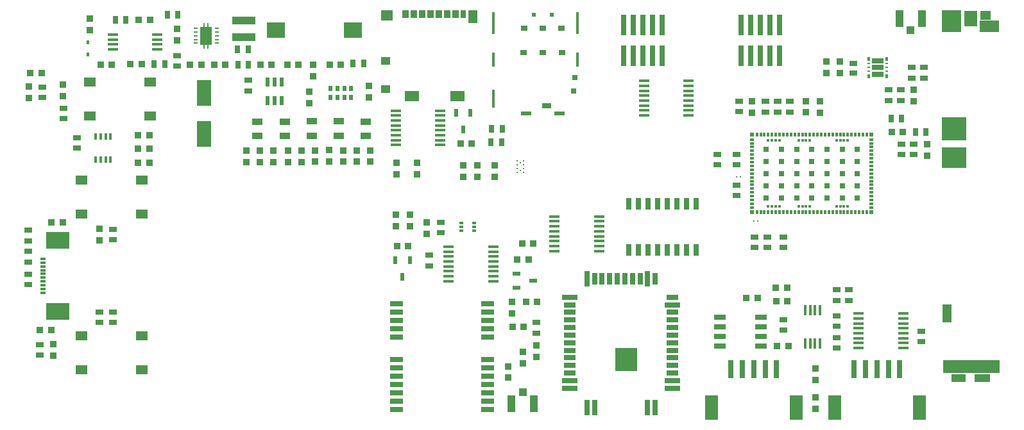
<source format=gtp>
G04*
G04 #@! TF.GenerationSoftware,Altium Limited,Altium Designer,21.6.4 (81)*
G04*
G04 Layer_Color=8421504*
%FSLAX44Y44*%
%MOMM*%
G71*
G04*
G04 #@! TF.SameCoordinates,FF1FAEB7-4318-4351-9C75-77568BB5708F*
G04*
G04*
G04 #@! TF.FilePolarity,Positive*
G04*
G01*
G75*
%ADD16R,0.9000X0.9500*%
%ADD17C,0.2500*%
%ADD18R,0.3000X0.5400*%
%ADD19R,1.0500X0.6000*%
%ADD20R,0.5400X0.3000*%
%ADD21R,1.4750X0.4500*%
%ADD22R,0.5000X0.8000*%
%ADD23R,0.9500X0.9000*%
%ADD24R,1.7810X0.8000*%
%ADD25R,1.7810X0.8000*%
%ADD26R,0.7500X1.6000*%
%ADD27R,0.7400X2.7950*%
%ADD28R,0.7800X0.9900*%
%ADD29R,0.9900X0.7800*%
%ADD30R,1.5500X0.7450*%
%ADD31R,1.5500X0.6700*%
%ADD32R,0.4250X0.5150*%
%ADD33R,0.4250X0.2750*%
%ADD34R,0.9000X0.7000*%
%ADD35R,0.7000X0.7000*%
%ADD36R,1.2000X0.6500*%
%ADD37R,0.4500X2.9000*%
%ADD38R,0.4500X1.9000*%
%ADD39R,0.7500X0.7000*%
%ADD40R,1.4000X0.5000*%
%ADD41R,0.4500X2.4000*%
%ADD42R,0.6000X0.6000*%
%ADD43R,0.8000X0.8000*%
%ADD44R,0.3000X0.3000*%
%ADD45R,0.5400X0.5400*%
%ADD46R,0.6000X1.0500*%
%ADD47R,3.0000X3.0300*%
%ADD48R,0.7000X2.0000*%
%ADD49R,2.0000X0.7000*%
%ADD50R,1.5000X0.7000*%
%ADD51R,0.7000X1.5000*%
%ADD52R,0.2540X0.2540*%
%ADD53R,1.0000X1.0500*%
%ADD54R,1.0500X2.2000*%
%ADD55R,1.5500X1.3500*%
%ADD56R,1.2000X1.0000*%
%ADD57R,1.9000X1.3500*%
%ADD58R,1.1700X1.8000*%
%ADD59R,0.7500X1.1000*%
%ADD60R,0.8500X1.1000*%
%ADD61R,1.5500X1.3000*%
%ADD62R,0.8000X0.3000*%
%ADD63R,3.0500X2.2000*%
%ADD64R,1.5250X0.6500*%
%ADD65R,0.2500X0.6000*%
%ADD66R,1.6500X2.4000*%
%ADD67R,0.6000X0.2400*%
%ADD68R,3.2000X3.1000*%
%ADD69R,3.2000X2.7300*%
%ADD70R,7.5000X1.8000*%
%ADD71R,1.2000X2.4000*%
%ADD72R,2.5000X1.6500*%
%ADD73R,1.7000X2.1000*%
%ADD74R,2.5000X2.9000*%
%ADD75R,1.4000X1.2500*%
%ADD76R,1.9500X1.1000*%
%ADD77R,2.0000X1.1000*%
%ADD78R,2.4000X2.0000*%
%ADD79R,1.0000X0.6750*%
%ADD80R,1.8500X3.5000*%
%ADD81R,1.4000X0.9000*%
%ADD82R,0.4500X1.4250*%
%ADD83R,0.4200X0.5600*%
%ADD84R,3.0500X1.1400*%
%ADD85R,0.4700X0.3000*%
%ADD86R,0.3500X0.8500*%
%ADD87R,0.8000X2.4000*%
%ADD88R,1.8000X3.3000*%
%ADD89R,0.6000X1.2000*%
%ADD90R,1.4500X0.9500*%
D16*
X666870Y238760D02*
D03*
X681870D02*
D03*
X660640Y217375D02*
D03*
X60840Y266700D02*
D03*
X45840D02*
D03*
X1154550Y386080D02*
D03*
X1169550D02*
D03*
X427870Y474980D02*
D03*
X412870D02*
D03*
X175020Y345440D02*
D03*
X160020D02*
D03*
X160140Y363483D02*
D03*
X175140D02*
D03*
Y381525D02*
D03*
X160140D02*
D03*
X669170Y128270D02*
D03*
X654170D02*
D03*
X501770Y235033D02*
D03*
X516770D02*
D03*
X45720Y124460D02*
D03*
X30720D02*
D03*
X600710Y370840D02*
D03*
X585710D02*
D03*
X243633Y474787D02*
D03*
X228633D02*
D03*
X260675D02*
D03*
X275675D02*
D03*
X149860Y475443D02*
D03*
X164860D02*
D03*
X125610Y474992D02*
D03*
X110610D02*
D03*
X176290Y533863D02*
D03*
X161290D02*
D03*
X17900Y463550D02*
D03*
X32900D02*
D03*
X962660Y166370D02*
D03*
X977660D02*
D03*
X371990Y474980D02*
D03*
X356990D02*
D03*
X321512D02*
D03*
X336512D02*
D03*
X1017150Y162297D02*
D03*
X1002150D02*
D03*
X1017030Y180340D02*
D03*
X1002030D02*
D03*
X1018420Y102870D02*
D03*
X1003420D02*
D03*
X671950Y161290D02*
D03*
X686950D02*
D03*
X675640Y217375D02*
D03*
D17*
X669153Y347820D02*
D03*
Y342820D02*
D03*
Y337820D02*
D03*
Y332820D02*
D03*
X664802Y345320D02*
D03*
Y335320D02*
D03*
X660452Y347820D02*
D03*
Y342820D02*
D03*
Y337820D02*
D03*
Y332820D02*
D03*
D18*
X1051869Y382160D02*
D03*
X976869D02*
D03*
X981869D02*
D03*
X986869D02*
D03*
X991869D02*
D03*
X996869D02*
D03*
X1001869D02*
D03*
X1006869D02*
D03*
X1011869D02*
D03*
X1016869D02*
D03*
X1021869D02*
D03*
X1026869D02*
D03*
X1031869D02*
D03*
X1036869D02*
D03*
X1041869D02*
D03*
X1046869D02*
D03*
X1056869D02*
D03*
X1061869D02*
D03*
X1066869D02*
D03*
X1071869D02*
D03*
X1076869D02*
D03*
X1081869D02*
D03*
X1086869D02*
D03*
X1091869D02*
D03*
X1096869D02*
D03*
X1101869D02*
D03*
X1106869D02*
D03*
X1111869D02*
D03*
X1116869D02*
D03*
X1121869D02*
D03*
Y279760D02*
D03*
X1116869D02*
D03*
X1111869D02*
D03*
X1106869D02*
D03*
X1101869D02*
D03*
X1096869D02*
D03*
X1091869D02*
D03*
X1086869D02*
D03*
X1081869D02*
D03*
X1076869D02*
D03*
X1071869D02*
D03*
X1066869D02*
D03*
X1061869D02*
D03*
X1056869D02*
D03*
X1051869D02*
D03*
X1046869D02*
D03*
X1041869D02*
D03*
X1036869D02*
D03*
X1031869D02*
D03*
X1026869D02*
D03*
X1021869D02*
D03*
X1016869D02*
D03*
X1011869D02*
D03*
X1006869D02*
D03*
X1001869D02*
D03*
X996869D02*
D03*
X991869D02*
D03*
X986869D02*
D03*
X981869D02*
D03*
X976869D02*
D03*
D19*
X659560Y198833D02*
D03*
Y179832D02*
D03*
X681560Y189333D02*
D03*
D20*
X970668Y375960D02*
D03*
X1128068D02*
D03*
Y370960D02*
D03*
Y365960D02*
D03*
Y360960D02*
D03*
Y355960D02*
D03*
Y350960D02*
D03*
Y345960D02*
D03*
Y340960D02*
D03*
Y335960D02*
D03*
Y330960D02*
D03*
Y325960D02*
D03*
Y320960D02*
D03*
Y315960D02*
D03*
Y310960D02*
D03*
Y305960D02*
D03*
Y300960D02*
D03*
Y295960D02*
D03*
Y290960D02*
D03*
Y285960D02*
D03*
X970668D02*
D03*
Y290960D02*
D03*
Y295960D02*
D03*
Y300960D02*
D03*
Y305960D02*
D03*
Y310960D02*
D03*
Y315960D02*
D03*
Y320960D02*
D03*
Y325960D02*
D03*
Y330960D02*
D03*
Y335960D02*
D03*
Y340960D02*
D03*
Y345960D02*
D03*
Y350960D02*
D03*
Y355960D02*
D03*
Y360960D02*
D03*
Y365960D02*
D03*
Y370960D02*
D03*
D21*
X768520Y228710D02*
D03*
Y267710D02*
D03*
X709760Y274210D02*
D03*
X500108Y414025D02*
D03*
Y407525D02*
D03*
Y401025D02*
D03*
Y394525D02*
D03*
Y388025D02*
D03*
Y381525D02*
D03*
Y375025D02*
D03*
Y368525D02*
D03*
X558868D02*
D03*
Y375025D02*
D03*
Y381525D02*
D03*
Y388025D02*
D03*
Y394525D02*
D03*
Y401025D02*
D03*
Y407525D02*
D03*
Y414025D02*
D03*
X709760Y228710D02*
D03*
Y235210D02*
D03*
Y241710D02*
D03*
Y248210D02*
D03*
Y254710D02*
D03*
Y261210D02*
D03*
Y267710D02*
D03*
X768520Y274210D02*
D03*
Y261210D02*
D03*
Y254710D02*
D03*
Y248210D02*
D03*
Y241710D02*
D03*
Y235210D02*
D03*
X628820Y188737D02*
D03*
Y195238D02*
D03*
Y201737D02*
D03*
Y208237D02*
D03*
Y214738D02*
D03*
Y221238D02*
D03*
Y227737D02*
D03*
Y234237D02*
D03*
X570060D02*
D03*
Y227737D02*
D03*
Y221238D02*
D03*
Y214738D02*
D03*
Y208237D02*
D03*
Y201737D02*
D03*
Y195238D02*
D03*
Y188737D02*
D03*
X886630Y407780D02*
D03*
Y414280D02*
D03*
Y420780D02*
D03*
Y427280D02*
D03*
Y433780D02*
D03*
Y440280D02*
D03*
Y446780D02*
D03*
Y453280D02*
D03*
X827870D02*
D03*
Y446780D02*
D03*
Y440280D02*
D03*
Y433780D02*
D03*
Y427280D02*
D03*
Y420780D02*
D03*
Y414280D02*
D03*
Y407780D02*
D03*
X1111080Y145940D02*
D03*
Y139440D02*
D03*
Y132940D02*
D03*
Y126440D02*
D03*
Y119940D02*
D03*
Y113440D02*
D03*
Y106940D02*
D03*
Y100440D02*
D03*
X1169840D02*
D03*
Y106940D02*
D03*
Y113440D02*
D03*
Y119940D02*
D03*
Y126440D02*
D03*
Y132940D02*
D03*
Y139440D02*
D03*
Y145940D02*
D03*
X126830Y514538D02*
D03*
Y508038D02*
D03*
Y501538D02*
D03*
Y495038D02*
D03*
X185590D02*
D03*
Y501538D02*
D03*
Y508038D02*
D03*
Y514538D02*
D03*
D22*
X414490Y431165D02*
D03*
X423490D02*
D03*
X432490D02*
D03*
X441490D02*
D03*
Y443165D02*
D03*
X432490D02*
D03*
X423490D02*
D03*
X414490D02*
D03*
D23*
X648970Y76302D02*
D03*
Y61302D02*
D03*
X1183705Y441840D02*
D03*
Y426840D02*
D03*
X686063Y104020D02*
D03*
Y89020D02*
D03*
X1201420Y369570D02*
D03*
Y354570D02*
D03*
X654050Y161170D02*
D03*
Y146170D02*
D03*
X1060450Y426600D02*
D03*
Y411600D02*
D03*
X1041400Y411720D02*
D03*
Y426720D02*
D03*
X970813Y426480D02*
D03*
Y411480D02*
D03*
X1068403Y463790D02*
D03*
Y478790D02*
D03*
X1086445Y478910D02*
D03*
Y463910D02*
D03*
X48260Y105170D02*
D03*
Y90170D02*
D03*
X109542Y242690D02*
D03*
Y257690D02*
D03*
X448835Y361545D02*
D03*
Y346545D02*
D03*
X412750Y346830D02*
D03*
Y361830D02*
D03*
X339090Y361098D02*
D03*
Y346098D02*
D03*
X375920Y346348D02*
D03*
Y361348D02*
D03*
X303005Y361098D02*
D03*
Y346098D02*
D03*
X589280Y326510D02*
D03*
Y341510D02*
D03*
X608330D02*
D03*
Y326510D02*
D03*
X631190D02*
D03*
Y341510D02*
D03*
X386080Y424300D02*
D03*
Y439300D02*
D03*
X464820Y446920D02*
D03*
Y431920D02*
D03*
X391160Y474860D02*
D03*
Y459860D02*
D03*
X668020Y80130D02*
D03*
Y95130D02*
D03*
X541020Y251580D02*
D03*
Y266580D02*
D03*
X519430Y261740D02*
D03*
Y276740D02*
D03*
X500380D02*
D03*
Y261740D02*
D03*
X528320Y330320D02*
D03*
Y345320D02*
D03*
X501650D02*
D03*
Y330320D02*
D03*
X96520Y535820D02*
D03*
Y520820D02*
D03*
X212090Y522193D02*
D03*
Y507193D02*
D03*
X60960Y433190D02*
D03*
Y448190D02*
D03*
X16510Y445770D02*
D03*
Y430770D02*
D03*
X1054100Y35440D02*
D03*
Y20440D02*
D03*
X466878Y361545D02*
D03*
Y346545D02*
D03*
X1054100Y58420D02*
D03*
Y73420D02*
D03*
X430793Y346545D02*
D03*
Y361545D02*
D03*
X394182D02*
D03*
Y346545D02*
D03*
X357877Y346347D02*
D03*
Y361347D02*
D03*
X321047Y361097D02*
D03*
Y346097D02*
D03*
D24*
X501162Y158945D02*
D03*
Y147945D02*
D03*
Y136945D02*
D03*
Y125945D02*
D03*
Y114945D02*
D03*
Y84945D02*
D03*
Y73945D02*
D03*
Y62945D02*
D03*
Y51945D02*
D03*
Y40945D02*
D03*
Y29945D02*
D03*
Y18945D02*
D03*
X621192D02*
D03*
Y29945D02*
D03*
Y40945D02*
D03*
Y147945D02*
D03*
Y136945D02*
D03*
Y125945D02*
D03*
Y114945D02*
D03*
Y84945D02*
D03*
Y73945D02*
D03*
Y62945D02*
D03*
Y51945D02*
D03*
D25*
Y158945D02*
D03*
D26*
X807720Y290850D02*
D03*
X820420D02*
D03*
X833120D02*
D03*
X845820D02*
D03*
X858520D02*
D03*
X871220D02*
D03*
X883920D02*
D03*
X896620D02*
D03*
Y229850D02*
D03*
X883920D02*
D03*
X871220D02*
D03*
X858520D02*
D03*
X845820D02*
D03*
X833120D02*
D03*
X820420D02*
D03*
X807720D02*
D03*
D27*
X956310Y486410D02*
D03*
Y527070D02*
D03*
X969010Y486410D02*
D03*
Y527070D02*
D03*
X981710Y486410D02*
D03*
Y527070D02*
D03*
X994410Y486410D02*
D03*
Y527070D02*
D03*
X1007110Y486410D02*
D03*
Y527070D02*
D03*
X852170Y527060D02*
D03*
Y486400D02*
D03*
X839470Y527060D02*
D03*
Y486400D02*
D03*
X826770Y527060D02*
D03*
Y486400D02*
D03*
X814070Y527060D02*
D03*
Y486400D02*
D03*
X801370Y527060D02*
D03*
Y486400D02*
D03*
D28*
X1167780Y403860D02*
D03*
X1153780D02*
D03*
X640730Y389890D02*
D03*
X626730D02*
D03*
X130160Y533863D02*
D03*
X144160D02*
D03*
X181580Y475443D02*
D03*
X195580D02*
D03*
X212740Y541020D02*
D03*
X198740D02*
D03*
X305450Y495300D02*
D03*
X291450D02*
D03*
X292070Y474980D02*
D03*
X306070D02*
D03*
X1200180Y386080D02*
D03*
X1186180D02*
D03*
X640080Y372110D02*
D03*
X626080D02*
D03*
X457850Y476250D02*
D03*
X443850D02*
D03*
D29*
X1150620Y441340D02*
D03*
Y427340D02*
D03*
X1166663D02*
D03*
Y441340D02*
D03*
X1181100Y471283D02*
D03*
Y457282D02*
D03*
X949960Y342250D02*
D03*
Y356250D02*
D03*
X924560D02*
D03*
Y342250D02*
D03*
X949960Y301610D02*
D03*
Y315610D02*
D03*
X990600Y233030D02*
D03*
Y247030D02*
D03*
X974090D02*
D03*
Y233030D02*
D03*
X1012190Y247030D02*
D03*
Y233030D02*
D03*
X1019940Y412100D02*
D03*
Y426100D02*
D03*
X1003898D02*
D03*
Y412100D02*
D03*
X987855Y426100D02*
D03*
Y412100D02*
D03*
X953770Y426750D02*
D03*
Y412750D02*
D03*
X1012190Y137810D02*
D03*
Y123810D02*
D03*
X1082040Y177180D02*
D03*
Y163180D02*
D03*
X1098550D02*
D03*
Y177180D02*
D03*
X1082040Y100300D02*
D03*
Y114300D02*
D03*
Y142890D02*
D03*
Y128890D02*
D03*
X1193800Y108570D02*
D03*
Y122570D02*
D03*
X34290Y445150D02*
D03*
Y431150D02*
D03*
X62230Y403210D02*
D03*
Y417210D02*
D03*
X212090Y472873D02*
D03*
Y486873D02*
D03*
X15240Y184150D02*
D03*
Y198150D02*
D03*
X109220Y134042D02*
D03*
Y148041D02*
D03*
X127000Y147970D02*
D03*
Y133970D02*
D03*
X544830Y208900D02*
D03*
Y222900D02*
D03*
X560070Y252700D02*
D03*
Y266700D02*
D03*
X1197143Y471283D02*
D03*
Y457282D02*
D03*
X685800Y120000D02*
D03*
Y134000D02*
D03*
X80010Y378460D02*
D03*
Y364460D02*
D03*
X1183975Y370137D02*
D03*
Y356137D02*
D03*
X1167933Y356137D02*
D03*
Y370137D02*
D03*
X127000Y257190D02*
D03*
Y243190D02*
D03*
X30480Y90790D02*
D03*
Y104790D02*
D03*
X306070Y454040D02*
D03*
Y440040D02*
D03*
X15240Y241920D02*
D03*
Y255920D02*
D03*
Y213980D02*
D03*
Y227980D02*
D03*
D30*
X1136280Y479860D02*
D03*
Y462310D02*
D03*
D31*
Y471090D02*
D03*
D32*
X1124400Y459660D02*
D03*
Y482520D02*
D03*
X1148160D02*
D03*
Y459660D02*
D03*
D33*
X1124400Y466090D02*
D03*
Y471090D02*
D03*
Y476090D02*
D03*
X1148160D02*
D03*
Y466090D02*
D03*
Y471090D02*
D03*
D34*
X669930Y522580D02*
D03*
X694330D02*
D03*
X718730D02*
D03*
X668930Y490880D02*
D03*
X694330D02*
D03*
X719730D02*
D03*
D35*
X737030Y457580D02*
D03*
D36*
X699830Y420830D02*
D03*
D37*
X740280Y529580D02*
D03*
X628780D02*
D03*
D38*
X740280Y481080D02*
D03*
X628780D02*
D03*
D39*
X735280Y439580D02*
D03*
D40*
X716330Y410080D02*
D03*
X672330D02*
D03*
D41*
X628780Y429580D02*
D03*
D42*
X682130Y541080D02*
D03*
X706530D02*
D03*
D43*
X1109369Y298960D02*
D03*
X1089369D02*
D03*
X1069369D02*
D03*
X1049369D02*
D03*
X1029369D02*
D03*
X1009369D02*
D03*
X1109369Y314960D02*
D03*
X1089369D02*
D03*
X1069369D02*
D03*
X1049369D02*
D03*
X1029369D02*
D03*
X1009369D02*
D03*
X1109369Y330960D02*
D03*
X1089369D02*
D03*
X1069369D02*
D03*
X1049369D02*
D03*
X1029369D02*
D03*
X1009369D02*
D03*
X1109369Y346960D02*
D03*
X1089369D02*
D03*
X1069369D02*
D03*
X1049369D02*
D03*
X1029369D02*
D03*
X1009369D02*
D03*
X1109369Y362960D02*
D03*
X1089369D02*
D03*
X1069369D02*
D03*
X989369Y298960D02*
D03*
Y362960D02*
D03*
Y346960D02*
D03*
Y330960D02*
D03*
X1009369Y362960D02*
D03*
X1029369D02*
D03*
X1049369D02*
D03*
X989369Y314960D02*
D03*
D44*
X1096869Y287460D02*
D03*
X1091869D02*
D03*
X1086869D02*
D03*
X1081869D02*
D03*
X1046869D02*
D03*
X1041869D02*
D03*
X1036869D02*
D03*
X1031869D02*
D03*
X991869D02*
D03*
X996869D02*
D03*
X1001869D02*
D03*
X1006869D02*
D03*
X1096869Y374460D02*
D03*
X1091869D02*
D03*
X1086869D02*
D03*
X1081869D02*
D03*
X1046869D02*
D03*
X1041869D02*
D03*
X1036869D02*
D03*
X1031869D02*
D03*
X991869D02*
D03*
X996869D02*
D03*
X1001869D02*
D03*
X1006869D02*
D03*
D45*
X1128068Y382160D02*
D03*
Y279760D02*
D03*
X970668D02*
D03*
Y382160D02*
D03*
D46*
X598780Y411133D02*
D03*
X579780D02*
D03*
X589280Y389133D02*
D03*
X518770Y216740D02*
D03*
X499770D02*
D03*
X509270Y194740D02*
D03*
D47*
X804678Y84980D02*
D03*
D48*
X842678Y21680D02*
D03*
X832678D02*
D03*
X762678D02*
D03*
X752678D02*
D03*
Y191680D02*
D03*
X832678D02*
D03*
D49*
X730177Y47480D02*
D03*
Y57480D02*
D03*
Y167480D02*
D03*
X865177Y157480D02*
D03*
Y57480D02*
D03*
Y47480D02*
D03*
D50*
X730177Y67480D02*
D03*
Y77480D02*
D03*
Y87480D02*
D03*
Y97480D02*
D03*
Y107480D02*
D03*
Y117480D02*
D03*
Y127480D02*
D03*
Y137480D02*
D03*
Y147480D02*
D03*
Y157480D02*
D03*
X865177Y167480D02*
D03*
Y147480D02*
D03*
Y137480D02*
D03*
Y127480D02*
D03*
Y117480D02*
D03*
Y107480D02*
D03*
Y97480D02*
D03*
Y87480D02*
D03*
Y77480D02*
D03*
Y67480D02*
D03*
D51*
X762678Y191680D02*
D03*
X772678D02*
D03*
X782678D02*
D03*
X792678D02*
D03*
X802678D02*
D03*
X812678D02*
D03*
X822678D02*
D03*
X842678D02*
D03*
D52*
X955040Y326390D02*
D03*
X949960D02*
D03*
X972820Y267970D02*
D03*
X977900D02*
D03*
D53*
X1179830Y520690D02*
D03*
X668020Y41920D02*
D03*
D54*
X1165080Y535940D02*
D03*
X1194580D02*
D03*
X653270Y26670D02*
D03*
X682770D02*
D03*
D55*
X488720Y540070D02*
D03*
D56*
X486970Y479820D02*
D03*
Y442820D02*
D03*
D57*
X521970Y433070D02*
D03*
X581670D02*
D03*
D58*
X601920Y537820D02*
D03*
D59*
X589820Y541320D02*
D03*
D60*
X579320D02*
D03*
X568320D02*
D03*
X557320D02*
D03*
X546320D02*
D03*
X535320D02*
D03*
X524320D02*
D03*
X513320D02*
D03*
D61*
X165480Y71480D02*
D03*
X85980D02*
D03*
X165480Y116480D02*
D03*
X85980D02*
D03*
X96862Y451760D02*
D03*
X176362D02*
D03*
X96862Y406760D02*
D03*
X176362D02*
D03*
X85980Y322220D02*
D03*
X165480D02*
D03*
X85980Y277220D02*
D03*
X165480D02*
D03*
D62*
X34689Y173280D02*
D03*
Y178280D02*
D03*
Y183280D02*
D03*
Y188280D02*
D03*
Y193280D02*
D03*
Y198280D02*
D03*
Y203280D02*
D03*
Y208280D02*
D03*
Y213280D02*
D03*
Y218280D02*
D03*
D63*
X53939Y148780D02*
D03*
Y242780D02*
D03*
D64*
X927920Y140970D02*
D03*
Y128270D02*
D03*
Y115570D02*
D03*
Y102870D02*
D03*
X982160D02*
D03*
Y115570D02*
D03*
Y128270D02*
D03*
Y140970D02*
D03*
D65*
X252642Y527580D02*
D03*
X247642D02*
D03*
X252642Y498580D02*
D03*
X247642D02*
D03*
D66*
X250142Y513080D02*
D03*
D67*
X236141Y503080D02*
D03*
Y508080D02*
D03*
Y513080D02*
D03*
Y518080D02*
D03*
Y523080D02*
D03*
X264142D02*
D03*
Y518080D02*
D03*
Y513080D02*
D03*
Y508080D02*
D03*
Y503080D02*
D03*
D68*
X1237370Y390030D02*
D03*
D69*
Y351880D02*
D03*
D70*
X1259870Y75530D02*
D03*
D71*
X1227470Y146030D02*
D03*
D72*
X1283970Y525780D02*
D03*
D73*
X1258970Y536030D02*
D03*
D74*
X1233970Y532030D02*
D03*
D75*
X1278470Y540280D02*
D03*
D76*
X1243120Y61030D02*
D03*
D77*
X1274370D02*
D03*
D78*
X443440Y520810D02*
D03*
X342440D02*
D03*
D79*
X1104488Y463550D02*
D03*
Y476790D02*
D03*
D80*
X247650Y437210D02*
D03*
Y383210D02*
D03*
D81*
X461010Y399588D02*
D03*
Y380588D02*
D03*
X425450Y399873D02*
D03*
Y380873D02*
D03*
X354330Y399390D02*
D03*
Y380390D02*
D03*
X389890Y399873D02*
D03*
Y380873D02*
D03*
D82*
X1040540Y150390D02*
D03*
X1047040D02*
D03*
X1053540D02*
D03*
X1060040D02*
D03*
Y106150D02*
D03*
X1053540D02*
D03*
X1047040D02*
D03*
X1040540D02*
D03*
D83*
X93980Y488570D02*
D03*
Y504570D02*
D03*
D84*
X299720Y511308D02*
D03*
Y532909D02*
D03*
D85*
X587280Y255350D02*
D03*
Y260350D02*
D03*
Y265350D02*
D03*
X603980D02*
D03*
Y260350D02*
D03*
Y255350D02*
D03*
D86*
X124050Y379990D02*
D03*
X117550D02*
D03*
X111050D02*
D03*
X104550D02*
D03*
Y348990D02*
D03*
X111050D02*
D03*
X117550D02*
D03*
X124050D02*
D03*
D87*
X1002820Y72640D02*
D03*
X987820D02*
D03*
X972820D02*
D03*
X957820D02*
D03*
X942820D02*
D03*
X1165428D02*
D03*
X1150428D02*
D03*
X1135428D02*
D03*
X1120427D02*
D03*
X1105428D02*
D03*
D88*
X1028820Y22140D02*
D03*
X916820D02*
D03*
X1191428D02*
D03*
X1079428D02*
D03*
D89*
X330860Y426920D02*
D03*
X340360D02*
D03*
X349860D02*
D03*
Y451920D02*
D03*
X340360D02*
D03*
X330860D02*
D03*
D90*
X317500Y380390D02*
D03*
Y399390D02*
D03*
M02*

</source>
